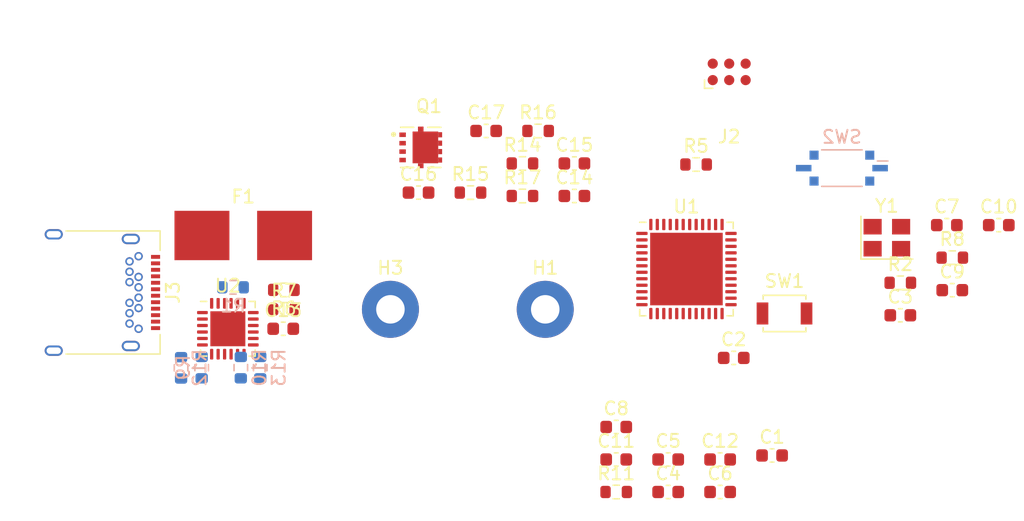
<source format=kicad_pcb>
(kicad_pcb (version 20211014) (generator pcbnew)
  (title_block (title "Charlemagne Wong") (date "2022-12-31") (rev "1.0") (company "STM32-Based LED Controller") (comment 1 "https://github.com/cmasterx/LED-Controller"))
  (layers (0 "F.Cu" signal) (1 "In1.Cu" power) (2 "In2.Cu" power) (31 "B.Cu" signal) (34 "B.Paste" user) (35 "F.Paste" user) (36 "B.SilkS" user "B.Silkscreen") (37 "F.SilkS" user "F.Silkscreen") (38 "B.Mask" user) (39 "F.Mask" user) (44 "Edge.Cuts" user))
  (net 0 "")
  (net 1 "+3.3V")
  (net 2 "GND")
  (net 3 "Net-(C2-Pad1)")
  (net 4 "Net-(C4-Pad1)")
  (net 5 "~{RESET}")
  (net 6 "Net-(C7-Pad2)")
  (net 7 "+3.3VA")
  (net 8 "Net-(C13-Pad1)")
  (net 9 "Net-(R2-Pad1)")
  (net 11 "SWDIO")
  (net 12 "Net-(J2-Pad3)")
  (net 13 "SWCLK")
  (net 14 "SWO")
  (net 17 "Net-(F1-Pad1)")
  (net 18 "Net-(D1-Pad1)")
  (net 19 "D+")
  (net 20 "D-")
  (net 26 "Net-(D1-Pad2)")
  (net 30 "Earth")
  (net 31 "PD_ALERT")
  (net 32 "Net-(R2-Pad2)")
  (net 33 "VBUS")
  (net 34 "Net-(R7-Pad2)")
  (net 35 "I2C1_SCL")
  (net 36 "Net-(R12-Pad1)")
  (net 37 "Net-(R10-Pad2)")
  (net 38 "I2C1_SDA")
  (net 39 "Net-(R12-Pad2)")
  (net 40 "Net-(R13-Pad2)")
  (net 46 "UART2_TX")
  (net 47 "UART2_RX")
  (net 49 "SPI_CLK")
  (net 50 "SDIO_CMD")
  (net 51 "SPI_MOSI")
  (net 61 "UART1_RX")
  (net 64 "SPI_MISO")
  (net 65 "SDIO_D3")
  (net 66 "UART1_TX")
  (net 67 "SDIO_D0")
  (net 69 "+2V7")
  (net 73 "Net-(U2-Pad21)")
  (net 76 "VDD")
  (net 77 "Net-(C17-Pad2)")
  (net 80 "Net-(Q1-Pad2)")
  (net 81 "Net-(U2-Pad9)")
  (net 82 "Net-(U2-Pad16)")
  (footprint "Connector:Tag-Connect_TC2030-IDC-FP_2x03_P1.27mm_Vertical" (layer "F.Cu") (at 145.7 93.17)
    (fp_text reference "J2" (at 0 5) (layer "F.SilkS"))
    (fp_text value "Programmer Conn")
    (fp_line (start -1.27 1.27) (end -1.905 1.27) (layer "F.SilkS") (width 0.12))
    (fp_line (start -1.905 1.27) (end -1.905 0.635) (layer "F.SilkS") (width 0.12))
    (pad "" np_thru_hole circle (at -2.54 2.54) (size 2.3749 2.3749) (drill 2.3749) (layers *.Cu *.Mask))
    (pad "" np_thru_hole circle (at -2.54 0) (size 0.9906 0.9906) (drill 0.9906) (layers *.Cu *.Mask))
    (pad "" np_thru_hole circle (at -2.54 -2.54) (size 2.3749 2.3749) (drill 2.3749) (layers *.Cu *.Mask))
    (pad "" np_thru_hole circle (at 0.635 2.54) (size 2.3749 2.3749) (drill 2.3749) (layers *.Cu *.Mask))
    (pad "" np_thru_hole circle (at 0.635 -2.54) (size 2.3749 2.3749) (drill 2.3749) (layers *.Cu *.Mask))
    (pad "" np_thru_hole circle (at 2.54 -1.016) (size 0.9906 0.9906) (drill 0.9906) (layers *.Cu *.Mask))
    (pad "" np_thru_hole circle (at 2.54 1.016) (size 0.9906 0.9906) (drill 0.9906) (layers *.Cu *.Mask))
    (pad "1" connect circle (at -1.27 0.635) (size 0.7874 0.7874) (layers "F.Cu" "F.Mask"))
    (pad "2" connect circle (at -1.27 -0.635) (size 0.7874 0.7874) (layers "F.Cu" "F.Mask") (net 11 "SWDIO"))
    (pad "3" connect circle (at 0 0.635) (size 0.7874 0.7874) (layers "F.Cu" "F.Mask") (net 12 "Net-(J2-Pad3)"))
    (pad "4" connect circle (at 0 -0.635) (size 0.7874 0.7874) (layers "F.Cu" "F.Mask") (net 13 "SWCLK"))
    (pad "5" connect circle (at 1.27 0.635) (size 0.7874 0.7874) (layers "F.Cu" "F.Mask") (net 2 "GND"))
    (pad "6" connect circle (at 1.27 -0.635) (size 0.7874 0.7874) (layers "F.Cu" "F.Mask") (net 14 "SWO"))
  )
  (footprint "Capacitor_SMD:C_0603_1608Metric" (layer "F.Cu") (at 140.99 123.09)
    (fp_text reference "C5" (at 0 -1.43) (layer "F.SilkS"))
    (fp_text value "100nF")
    (fp_line (start -0.14058 -0.51) (end 0.14058 -0.51) (layer "F.SilkS") (width 0.12))
    (fp_line (start -0.14058 0.51) (end 0.14058 0.51) (layer "F.SilkS") (width 0.12))
    (pad "1" smd roundrect (at -0.775 0) (size 0.9 0.95) (layers "F.Cu" "F.Paste" "F.Mask") (net 1 "+3.3V"))
    (pad "2" smd roundrect (at 0.775 0) (size 0.9 0.95) (layers "F.Cu" "F.Paste" "F.Mask") (net 2 "GND"))
  )
  (footprint "MountingHole:MountingHole_2.2mm_M2_Pad" (layer "F.Cu") (at 131.5 111.5)
    (fp_text reference "H1" (at 0 -3.2) (layer "F.SilkS"))
    (fp_text value "MountingHole_Pad")
    (pad "1" thru_hole circle (at 0 0) (size 4.4 4.4) (drill 2.2) (layers *.Cu *.Mask))
  )
  (footprint "Capacitor_SMD:C_0603_1608Metric" (layer "F.Cu") (at 136.98 120.58)
    (fp_text reference "C8" (at 0 -1.43) (layer "F.SilkS"))
    (fp_text value "100nF")
    (fp_line (start -0.14058 0.51) (end 0.14058 0.51) (layer "F.SilkS") (width 0.12))
    (fp_line (start -0.14058 -0.51) (end 0.14058 -0.51) (layer "F.SilkS") (width 0.12))
    (pad "1" smd roundrect (at -0.775 0) (size 0.9 0.95) (layers "F.Cu" "F.Paste" "F.Mask") (net 1 "+3.3V"))
    (pad "2" smd roundrect (at 0.775 0) (size 0.9 0.95) (layers "F.Cu" "F.Paste" "F.Mask") (net 2 "GND"))
  )
  (footprint "Capacitor_SMD:C_0603_1608Metric" (layer "F.Cu") (at 111.275 113)
    (fp_text reference "C13" (at 0 -1.43) (layer "F.SilkS"))
    (fp_text value "1uF")
    (fp_line (start -0.14058 0.51) (end 0.14058 0.51) (layer "F.SilkS") (width 0.12))
    (fp_line (start -0.14058 -0.51) (end 0.14058 -0.51) (layer "F.SilkS") (width 0.12))
    (pad "1" smd roundrect (at -0.775 0) (size 0.9 0.95) (layers "F.Cu" "F.Paste" "F.Mask") (net 8 "Net-(C13-Pad1)"))
    (pad "2" smd roundrect (at 0.775 0) (size 0.9 0.95) (layers "F.Cu" "F.Paste" "F.Mask") (net 2 "GND"))
  )
  (footprint "Resistor_SMD:R_0603_1608Metric" (layer "F.Cu") (at 129.74 102.75)
    (fp_text reference "R17" (at 0 -1.43) (layer "F.SilkS"))
    (fp_text value "100R")
    (fp_line (start -0.237258 -0.5225) (end 0.237258 -0.5225) (layer "F.SilkS") (width 0.12))
    (fp_line (start -0.237258 0.5225) (end 0.237258 0.5225) (layer "F.SilkS") (width 0.12))
    (pad "1" smd roundrect locked (at -0.825 0) (size 0.8 0.95) (layers "F.Cu" "F.Paste" "F.Mask") (net 80 "Net-(Q1-Pad2)"))
    (pad "2" smd roundrect locked (at 0.825 0) (size 0.8 0.95) (layers "F.Cu" "F.Paste" "F.Mask") (net 77 "Net-(C17-Pad2)"))
  )
  (footprint "Capacitor_SMD:C_0603_1608Metric" (layer "F.Cu") (at 162.5 105)
    (fp_text reference "C7" (at 0 -1.43) (layer "F.SilkS"))
    (fp_text value "4u7F")
    (fp_line (start -0.14058 -0.51) (end 0.14058 -0.51) (layer "F.SilkS") (width 0.12))
    (fp_line (start -0.14058 0.51) (end 0.14058 0.51) (layer "F.SilkS") (width 0.12))
    (pad "1" smd roundrect (at -0.775 0) (size 0.9 0.95) (layers "F.Cu" "F.Paste" "F.Mask") (net 2 "GND"))
    (pad "2" smd roundrect (at 0.775 0) (size 0.9 0.95) (layers "F.Cu" "F.Paste" "F.Mask") (net 6 "Net-(C7-Pad2)"))
  )
  (footprint "Capacitor_SMD:C_0603_1608Metric" (layer "F.Cu") (at 166.51 105)
    (fp_text reference "C10" (at 0 -1.43) (layer "F.SilkS"))
    (fp_text value "10nF")
    (fp_line (start -0.14058 -0.51) (end 0.14058 -0.51) (layer "F.SilkS") (width 0.12))
    (fp_line (start -0.14058 0.51) (end 0.14058 0.51) (layer "F.SilkS") (width 0.12))
    (pad "1" smd roundrect (at -0.775 0) (size 0.9 0.95) (layers "F.Cu" "F.Paste" "F.Mask") (net 7 "+3.3VA"))
    (pad "2" smd roundrect (at 0.775 0) (size 0.9 0.95) (layers "F.Cu" "F.Paste" "F.Mask") (net 2 "GND"))
  )
  (footprint "MountingHole:MountingHole_2.2mm_M2_Pad" (layer "F.Cu") (at 119.55 111.5)
    (fp_text reference "H3" (at 0 -3.2) (layer "F.SilkS"))
    (fp_text value "MountingHole_Pad")
    (pad "1" thru_hole circle (at 0 0) (size 4.4 4.4) (drill 2.2) (layers *.Cu *.Mask))
  )
  (footprint "Capacitor_SMD:C_0603_1608Metric" (layer "F.Cu") (at 121.72 102.49)
    (fp_text reference "C16" (at 0 -1.43) (layer "F.SilkS"))
    (fp_text value "1uF")
    (fp_line (start -0.14058 -0.51) (end 0.14058 -0.51) (layer "F.SilkS") (width 0.12))
    (fp_line (start -0.14058 0.51) (end 0.14058 0.51) (layer "F.SilkS") (width 0.12))
    (pad "1" smd roundrect locked (at -0.775 0) (size 0.9 0.95) (layers "F.Cu" "F.Paste" "F.Mask") (net 73 "Net-(U2-Pad21)"))
    (pad "2" smd roundrect locked (at 0.775 0) (size 0.9 0.95) (layers "F.Cu" "F.Paste" "F.Mask") (net 2 "GND"))
  )
  (footprint "Capacitor_SMD:C_0603_1608Metric" (layer "F.Cu") (at 146.05 115.25)
    (fp_text reference "C2" (at 0 -1.43) (layer "F.SilkS"))
    (fp_text value "10pF")
    (fp_line (start -0.14058 0.51) (end 0.14058 0.51) (layer "F.SilkS") (width 0.12))
    (fp_line (start -0.14058 -0.51) (end 0.14058 -0.51) (layer "F.SilkS") (width 0.12))
    (pad "1" smd roundrect (at -0.775 0) (size 0.9 0.95) (layers "F.Cu" "F.Paste" "F.Mask") (net 3 "Net-(C2-Pad1)"))
    (pad "2" smd roundrect (at 0.775 0) (size 0.9 0.95) (layers "F.Cu" "F.Paste" "F.Mask") (net 2 "GND"))
  )
  (footprint "Capacitor_SMD:C_0603_1608Metric" (layer "F.Cu") (at 162.92 110.02)
    (fp_text reference "C9" (at 0 -1.43) (layer "F.SilkS"))
    (fp_text value "100nF")
    (fp_line (start -0.14058 0.51) (end 0.14058 0.51) (layer "F.SilkS") (width 0.12))
    (fp_line (start -0.14058 -0.51) (end 0.14058 -0.51) (layer "F.SilkS") (width 0.12))
    (pad "1" smd roundrect (at -0.775 0) (size 0.9 0.95) (layers "F.Cu" "F.Paste" "F.Mask") (net 1 "+3.3V"))
    (pad "2" smd roundrect (at 0.775 0) (size 0.9 0.95) (layers "F.Cu" "F.Paste" "F.Mask") (net 2 "GND"))
  )
  (footprint "Resistor_SMD:R_0603_1608Metric" (layer "F.Cu") (at 143.145 100.32)
    (fp_text reference "R5" (at 0 -1.43) (layer "F.SilkS"))
    (fp_text value "10k")
    (fp_line (start -0.237258 -0.5225) (end 0.237258 -0.5225) (layer "F.SilkS") (width 0.12))
    (fp_line (start -0.237258 0.5225) (end 0.237258 0.5225) (layer "F.SilkS") (width 0.12))
    (pad "1" smd roundrect (at -0.825 0) (size 0.8 0.95) (layers "F.Cu" "F.Paste" "F.Mask") (net 5 "~{RESET}"))
    (pad "2" smd roundrect (at 0.825 0) (size 0.8 0.95) (layers "F.Cu" "F.Paste" "F.Mask") (net 12 "Net-(J2-Pad3)"))
  )
  (footprint "Resistor_SMD:R_0603_1608Metric" (layer "F.Cu") (at 158.91 109.45)
    (fp_text reference "R2" (at 0 -1.43) (layer "F.SilkS"))
    (fp_text value "10k")
    (fp_line (start -0.237258 0.5225) (end 0.237258 0.5225) (layer "F.SilkS") (width 0.12))
    (fp_line (start -0.237258 -0.5225) (end 0.237258 -0.5225) (layer "F.SilkS") (width 0.12))
    (pad "1" smd roundrect (at -0.825 0) (size 0.8 0.95) (layers "F.Cu" "F.Paste" "F.Mask") (net 9 "Net-(R2-Pad1)"))
    (pad "2" smd roundrect (at 0.825 0) (size 0.8 0.95) (layers "F.Cu" "F.Paste" "F.Mask") (net 32 "Net-(R2-Pad2)"))
  )
  (footprint "Capacitor_SMD:C_0603_1608Metric" (layer "F.Cu") (at 133.75 102.75)
    (fp_text reference "C14" (at 0 -1.43) (layer "F.SilkS"))
    (fp_text value "1uF")
    (fp_line (start -0.14058 0.51) (end 0.14058 0.51) (layer "F.SilkS") (width 0.12))
    (fp_line (start -0.14058 -0.51) (end 0.14058 -0.51) (layer "F.SilkS") (width 0.12))
    (pad "1" smd roundrect locked (at -0.775 0) (size 0.9 0.95) (layers "F.Cu" "F.Paste" "F.Mask") (net 33 "VBUS"))
    (pad "2" smd roundrect locked (at 0.775 0) (size 0.9 0.95) (layers "F.Cu" "F.Paste" "F.Mask") (net 2 "GND"))
  )
  (footprint "Capacitor_SMD:C_0603_1608Metric" (layer "F.Cu") (at 133.75 100.24)
    (fp_text reference "C15" (at 0 -1.43) (layer "F.SilkS"))
    (fp_text value "1uF")
    (fp_line (start -0.14058 0.51) (end 0.14058 0.51) (layer "F.SilkS") (width 0.12))
    (fp_line (start -0.14058 -0.51) (end 0.14058 -0.51) (layer "F.SilkS") (width 0.12))
    (pad "1" smd roundrect locked (at -0.775 0) (size 0.9 0.95) (layers "F.Cu" "F.Paste" "F.Mask") (net 69 "+2V7"))
    (pad "2" smd roundrect locked (at 0.775 0) (size 0.9 0.95) (layers "F.Cu" "F.Paste" "F.Mask") (net 2 "GND"))
  )
  (footprint "Resistor_SMD:R_0603_1608Metric" (layer "F.Cu") (at 111.325 111.5)
    (fp_text reference "R7" (at 0 -1.43) (layer "F.SilkS"))
    (fp_text value "1k")
    (fp_line (start -0.237258 -0.5225) (end 0.237258 -0.5225) (layer "F.SilkS") (width 0.12))
    (fp_line (start -0.237258 0.5225) (end 0.237258 0.5225) (layer "F.SilkS") (width 0.12))
    (pad "1" smd roundrect (at -0.825 0) (size 0.8 0.95) (layers "F.Cu" "F.Paste" "F.Mask") (net 8 "Net-(C13-Pad1)"))
    (pad "2" smd roundrect (at 0.825 0) (size 0.8 0.95) (layers "F.Cu" "F.Paste" "F.Mask") (net 34 "Net-(R7-Pad2)"))
  )
  (footprint "Resistor_SMD:R_0603_1608Metric" (layer "F.Cu") (at 136.98 125.6)
    (fp_text reference "R11" (at 0 -1.43) (layer "F.SilkS"))
    (fp_text value "4.7k")
    (fp_line (start -0.237258 0.5225) (end 0.237258 0.5225) (layer "F.SilkS") (width 0.12))
    (fp_line (start -0.237258 -0.5225) (end 0.237258 -0.5225) (layer "F.SilkS") (width 0.12))
    (pad "1" smd roundrect (at -0.825 0) (size 0.8 0.95) (layers "F.Cu" "F.Paste" "F.Mask") (net 1 "+3.3V"))
    (pad "2" smd roundrect (at 0.825 0) (size 0.8 0.95) (layers "F.Cu" "F.Paste" "F.Mask") (net 38 "I2C1_SDA"))
  )
  (footprint "Resistor_SMD:R_0603_1608Metric" (layer "F.Cu") (at 162.92 107.51)
    (fp_text reference "R8" (at 0 -1.43) (layer "F.SilkS"))
    (fp_text value "4.7k")
    (fp_line (start -0.237258 0.5225) (end 0.237258 0.5225) (layer "F.SilkS") (width 0.12))
    (fp_line (start -0.237258 -0.5225) (end 0.237258 -0.5225) (layer "F.SilkS") (width 0.12))
    (pad "1" smd roundrect (at -0.825 0) (size 0.8 0.95) (layers "F.Cu" "F.Paste" "F.Mask") (net 1 "+3.3V"))
    (pad "2" smd roundrect (at 0.825 0) (size 0.8 0.95) (layers "F.Cu" "F.Paste" "F.Mask") (net 35 "I2C1_SCL"))
  )
  (footprint "Resistor_SMD:R_0603_1608Metric" (layer "F.Cu") (at 130.95 97.73)
    (fp_text reference "R16" (at 0 -1.43) (layer "F.SilkS"))
    (fp_text value "22k")
    (fp_line (start -0.237258 0.5225) (end 0.237258 0.5225) (layer "F.SilkS") (width 0.12))
    (fp_line (start -0.237258 -0.5225) (end 0.237258 -0.5225) (layer "F.SilkS") (width 0.12))
    (pad "1" smd roundrect locked (at -0.825 0) (size 0.8 0.95) (layers "F.Cu" "F.Paste" "F.Mask") (net 80 "Net-(Q1-Pad2)"))
    (pad "2" smd roundrect locked (at 0.825 0) (size 0.8 0.95) (layers "F.Cu" "F.Paste" "F.Mask") (net 82 "Net-(U2-Pad16)"))
  )
  (footprint "Package_DFN_QFN:QFN-24-1EP_4x4mm_P0.5mm_EP2.7x2.7mm" (layer "F.Cu") (at 107 113)
    (fp_text reference "U2" (at 0 -3.32) (layer "F.SilkS"))
    (fp_text value "STUSB4500QTR")
    (fp_line (start 1.635 2.11) (end 2.11 2.11) (layer "F.SilkS") (width 0.12))
    (fp_line (start 1.635 -2.11) (end 2.11 -2.11) (layer "F.SilkS") (width 0.12))
    (fp_line (start -2.11 2.11) (end -2.11 1.635) (layer "F.SilkS") (width 0.12))
    (fp_line (start 2.11 -2.11) (end 2.11 -1.635) (layer "F.SilkS") (width 0.12))
    (fp_line (start 2.11 2.11) (end 2.11 1.635) (layer "F.SilkS") (width 0.12))
    (fp_line (start -1.635 2.11) (end -2.11 2.11) (layer "F.SilkS") (width 0.12))
    (fp_line (start -1.635 -2.11) (end -2.11 -2.11) (layer "F.SilkS") (width 0.12))
    (pad "1" smd roundrect (at -1.9625 -1.25) (size 0.825 0.25) (layers "F.Cu" "F.Paste" "F.Mask") (net 18 "Net-(D1-Pad1)"))
    (pad "2" smd roundrect (at -1.9625 -0.75) (size 0.825 0.25) (layers "F.Cu" "F.Paste" "F.Mask") (net 18 "Net-(D1-Pad1)"))
    (pad "3" smd roundrect (at -1.9625 -0.25) (size 0.825 0.25) (layers "F.Cu" "F.Paste" "F.Mask"))
    (pad "4" smd roundrect (at -1.9625 0.25) (size 0.825 0.25) (layers "F.Cu" "F.Paste" "F.Mask") (net 26 "Net-(D1-Pad2)"))
    (pad "5" smd roundrect (at -1.9625 0.75) (size 0.825 0.25) (layers "F.Cu" "F.Paste" "F.Mask") (net 26 "Net-(D1-Pad2)"))
    (pad "6" smd roundrect (at -1.9625 1.25) (size 0.825 0.25) (layers "F.Cu" "F.Paste" "F.Mask") (net 39 "Net-(R12-Pad2)"))
    (pad "7" smd roundrect (at -1.25 1.9625) (size 0.25 0.825) (layers "F.Cu" "F.Paste" "F.Mask") (net 35 "I2C1_SCL"))
    (pad "8" smd roundrect (at -0.75 1.9625) (size 0.25 0.825) (layers "F.Cu" "F.Paste" "F.Mask") (net 38 "I2C1_SDA"))
    (pad "9" smd roundrect (at -0.25 1.9625) (size 0.25 0.825) (layers "F.Cu" "F.Paste" "F.Mask") (net 81 "Net-(U2-Pad9)"))
    (pad "10" smd roundrect (at 0.25 1.9625) (size 0.25 0.825) (layers "F.Cu" "F.Paste" "F.Mask") (net 2 "GND"))
    (pad "11" smd roundrect (at 0.75 1.9625) (size 0.25 0.825) (layers "F.Cu" "F.Paste" "F.Mask"))
    (pad "12" smd roundrect (at 1.25 1.9625) (size 0.25 0.825) (layers "F.Cu" "F.Paste" "F.Mask") (net 37 "Net-(R10-Pad2)"))
    (pad "13" smd roundrect (at 1.9625 1.25) (size 0.825 0.25) (layers "F.Cu" "F.Paste" "F.Mask") (net 40 "Net-(R13-Pad2)"))
    (pad "14" smd roundrect (at 1.9625 0.75) (size 0.825 0.25) (layers "F.Cu" "F.Paste" "F.Mask"))
    (pad "15" smd roundrect (at 1.9625 0.25) (size 0.825 0.25) (layers "F.Cu" "F.Paste" "F.Mask"))
    (pad "16" smd roundrect (at 1.9625 -0.25) (size 0.825 0.25) (layers "F.Cu" "F.Paste" "F.Mask") (net 82 "Net-(U2-Pad16)"))
    (pad "17" smd roundrect (at 1.9625 -0.75) (size 0.825 0.25) (layers "F.Cu" "F.Paste" "F.Mask"))
    (pad "18" smd roundrect (at 1.9625 -1.25) (size 0.825 0.25) (layers "F.Cu" "F.Paste" "F.Mask") (net 34 "Net-(R7-Pad2)"))
    (pad "19" smd roundrect (at 1.25 -1.9625) (size 0.25 0.825) (layers "F.Cu" "F.Paste" "F.Mask") (net 31 "PD_ALERT"))
    (pad "20" smd roundrect (at 0.75 -1.9625) (size 0.25 0.825) (layers "F.Cu" "F.Paste" "F.Mask"))
    (pad "21" smd roundrect (at 0.25 -1.9625) (size 0.25 0.825) (layers "F.Cu" "F.Paste" "F.Mask") (net 73 "Net-(U2-Pad21)"))
    (pad "22" smd roundrect (at -0.25 -1.9625) (size 0.25 0.825) (layers "F.Cu" "F.Paste" "F.Mask") (net 2 "GND"))
    (pad "23" smd roundrect (at -0.75 -1.9625) (size 0.25 0.825) (layers "F.Cu" "F.Paste" "F.Mask") (net 69 "+2V7"))
    (pad "24" smd roundrect (at -1.25 -1.9625) (size 0.25 0.825) (layers "F.Cu" "F.Paste" "F.Mask") (net 33 "VBUS"))
    (pad "25" smd rect (at 0 0) (size 2.7 2.7) (layers "F.Cu" "F.Mask") (net 2 "GND"))
  )
  (footprint "ATL:Littlefuse-154" (layer "F.Cu") (at 108.19 105.8)
    (fp_text reference "F1" (at 0 -3 unlocked) (layer "F.SilkS"))
    (fp_text value "5A")
    (pad "1" smd rect (at -3.19 0) (size 4.24 3.81) (layers "F.Cu" "F.Paste" "F.Mask") (net 17 "Net-(F1-Pad1)"))
    (pad "2" smd rect (at 3.19 0) (size 4.24 3.81) (layers "F.Cu" "F.Paste" "F.Mask") (net 33 "VBUS"))
  )
  (footprint "ATL:AONR21321" (layer "F.Cu") (at 121.89 99)
    (fp_text reference "Q1" (at 0.635 -3.175) (layer "F.SilkS"))
    (fp_text value "AONR21321")
    (fp_line (start 0.55 -1.55) (end 1.55 -1.55) (layer "F.SilkS") (width 0.127))
    (fp_line (start 0.55 1.55) (end 1.55 1.55) (layer "F.SilkS") (width 0.127))
    (fp_line (start -0.55 -1.55) (end -1.55 -1.55) (layer "F.SilkS") (width 0.127))
    (fp_line (start -0.55 1.55) (end -1.55 1.55) (layer "F.SilkS") (width 0.127))
    (fp_circle (center -2.1 -1) (end -2 -1) (layer "F.SilkS") (width 0.2) (fill none))
    (pad "1" smd rect (at -1.4 -0.975) (size 0.5 0.35) (layers "F.Cu" "F.Paste" "F.Mask") (net 33 "VBUS"))
    (pad "1" smd rect (at -1.4 -0.325) (size 0.5 0.35) (layers "F.Cu" "F.Paste" "F.Mask") (net 33 "VBUS"))
    (pad "1" smd rect (at -1.4 0.325) (size 0.5 0.35) (layers "F.Cu" "F.Paste" "F.Mask") (net 33 "VBUS"))
    (pad "2" smd rect (at -1.4 0.975) (size 0.5 0.35) (layers "F.Cu" "F.Paste" "F.Mask") (net 80 "Net-(Q1-Pad2)"))
    (pad "3" smd rect (at 0 -1.415 270) (size 0.38 0.43) (layers "F.Cu" "F.Paste" "F.Mask") (net 76 "VDD"))
    (pad "3" smd rect (at 1.5 -0.325 270) (size 0.4 0.3) (layers "F.Cu" "F.Paste" "F.Mask") (net 76 "VDD"))
    (pad "3" smd rect (at 0.36 0) (size 1.98 2.45) (layers "F.Cu" "F.Mask") (net 76 "VDD"))
    (pad "3" smd rect (at 1.5 0.325 270) (size 0.4 0.3) (layers "F.Cu" "F.Paste" "F.Mask") (net 76 "VDD"))
    (pad "3" smd rect (at 0 1.415 270) (size 0.38 0.43) (layers "F.Cu" "F.Paste" "F.Mask") (net 76 "VDD"))
    (pad "3" smd rect (at 1.5 -0.975 270) (size 0.4 0.3) (layers "F.Cu" "F.Paste" "F.Mask") (net 76 "VDD"))
    (pad "3" smd rect (at 1.5 0.975 270) (size 0.4 0.3) (layers "F.Cu" "F.Paste" "F.Mask") (net 76 "VDD"))
  )
  (footprint "Capacitor_SMD:C_0603_1608Metric" (layer "F.Cu") (at 145 125.6)
    (fp_text reference "C6" (at 0 -1.43) (layer "F.SilkS"))
    (fp_text value "100nF")
    (fp_line (start -0.14058 0.51) (end 0.14058 0.51) (layer "F.SilkS") (width 0.12))
    (fp_line (start -0.14058 -0.51) (end 0.14058 -0.51) (layer "F.SilkS") (width 0.12))
    (pad "1" smd roundrect (at -0.775 0) (size 0.9 0.95) (layers "F.Cu" "F.Paste" "F.Mask") (net 2 "GND"))
    (pad "2" smd roundrect (at 0.775 0) (size 0.9 0.95) (layers "F.Cu" "F.Paste" "F.Mask") (net 5 "~{RESET}"))
  )
  (footprint "Package_DFN_QFN:QFN-48-1EP_7x7mm_P0.5mm_EP5.6x5.6mm" (layer "F.Cu") (at 142.4 108.39)
    (fp_text reference "U1" (at 0 -4.82) (layer "F.SilkS"))
    (fp_text value "STM32F411CCUx")
    (fp_line (start -3.135 -3.61) (end -3.61 -3.61) (layer "F.SilkS") (width 0.12))
    (fp_line (start 3.61 -3.61) (end 3.61 -3.135) (layer "F.SilkS") (width 0.12))
    (fp_line (start 3.135 3.61) (end 3.61 3.61) (layer "F.SilkS") (width 0.12))
    (fp_line (start -3.135 3.61) (end -3.61 3.61) (layer "F.SilkS") (width 0.12))
    (fp_line (start -3.61 3.61) (end -3.61 3.135) (layer "F.SilkS") (width 0.12))
    (fp_line (start 3.61 3.61) (end 3.61 3.135) (layer "F.SilkS") (width 0.12))
    (fp_line (start 3.135 -3.61) (end 3.61 -3.61) (layer "F.SilkS") (width 0.12))
    (pad "1" smd roundrect (at -3.4375 -2.75) (size 0.875 0.25) (layers "F.Cu" "F.Paste" "F.Mask") (net 1 "+3.3V"))
    (pad "2" smd roundrect (at -3.4375 -2.25) (size 0.875 0.25) (layers "F.Cu" "F.Paste" "F.Mask"))
    (pad "3" smd roundrect (at -3.4375 -1.75) (size 0.875 0.25) (layers "F.Cu" "F.Paste" "F.Mask"))
    (pad "4" smd roundrect (at -3.4375 -1.25) (size 0.875 0.25) (layers "F.Cu" "F.Paste" "F.Mask"))
    (pad "5" smd roundrect (at -3.4375 -0.75) (size 0.875 0.25) (layers "F.Cu" "F.Paste" "F.Mask") (net 3 "Net-(C2-Pad1)"))
    (pad "6" smd roundrect (at -3.4375 -0.25) (size 0.875 0.25) (layers "F.Cu" "F.Paste" "F.Mask") (net 4 "Net-(C4-Pad1)"))
    (pad "7" smd roundrect (at -3.4375 0.25) (size 0.875 0.25) (layers "F.Cu" "F.Paste" "F.Mask") (net 5 "~{RESET}"))
    (pad "8" smd roundrect (at -3.4375 0.75) (size 0.875 0.25) (layers "F.Cu" "F.Paste" "F.Mask") (net 2 "GND"))
    (pad "9" smd roundrect (at -3.4375 1.25) (size 0.875 0.25) (layers "F.Cu" "F.Paste" "F.Mask") (net 7 "+3.3VA"))
    (pad "10" smd roundrect (at -3.4375 1.75) (size 0.875 0.25) (layers "F.Cu" "F.Paste" "F.Mask"))
    (pad "11" smd roundrect (at -3.4375 2.25) (size 0.875 0.25) (layers "F.Cu" "F.Paste" "F.Mask"))
    (pad "12" smd roundrect (at -3.4375 2.75) (size 0.875 0.25) (layers "F.Cu" "F.Paste" "F.Mask") (net 46 "UART2_TX"))
    (pad "13" smd roundrect (at -2.75 3.4375) (size 0.25 0.875) (layers "F.Cu" "F.Paste" "F.Mask") (net 47 "UART2_RX"))
    (pad "14" smd roundrect (at -2.25 3.4375) (size 0.25 0.875) (layers "F.Cu" "F.Paste" "F.Mask"))
    (pad "15" smd roundrect (at -1.75 3.4375) (size 0.25 0.875) (layers "F.Cu" "F.Paste" "F.Mask") (net 49 "SPI_CLK"))
    (pad "16" smd roundrect (at -1.25 3.4375) (size 0.25 0.875) (layers "F.Cu" "F.Paste" "F.Mask") (net 50 "SDIO_CMD"))
    (pad "17" smd roundrect (at -0.75 3.4375) (size 0.25 0.875) (layers "F.Cu" "F.Paste" "F.Mask") (net 51 "SPI_MOSI"))
    (pad "18" smd roundrect (at -0.25 3.4375) (size 0.25 0.875) (layers "F.Cu" "F.Paste" "F.Mask"))
    (pad "19" smd roundrect (at 0.25 3.4375) (size 0.25 0.875) (layers "F.Cu" "F.Paste" "F.Mask"))
    (pad "20" smd roundrect (at 0.75 3.4375) (size 0.25 0.875) (layers "F.Cu" "F.Paste" "F.Mask"))
    (pad "21" smd roundrect (at 1.25 3.4375) (size 0.25 0.875) (layers "F.Cu" "F.Paste" "F.Mask") (net 31 "PD_ALERT"))
    (pad "22" smd roundrect (at 1.75 3.4375) (size 0.25 0.875) (layers "F.Cu" "F.Paste" "F.Mask") (net 6 "Net-(C7-Pad2)"))
    (pad "23" smd roundrect (at 2.25 3.4375) (size 0.25 0.875) (layers "F.Cu" "F.Paste" "F.Mask") (net 2 "GND"))
    (pad "24" smd roundrect (at 2.75 3.4375) (size 0.25 0.875) (layers "F.Cu" "F.Paste" "F.Mask") (net 1 "+3.3V"))
    (pad "25" smd roundrect (at 3.4375 2.75) (size 0.875 0.25) (layers "F.Cu" "F.Paste" "F.Mask"))
    (pad "26" smd roundrect (at 3.4375 2.25) (size 0.875 0.25) (layers "F.Cu" "F.Paste" "F.Mask"))
    (pad "27" smd roundrect (at 3.4375 1.75) (size 0.875 0.25) (layers "F.Cu" "F.Paste" "F.Mask"))
    (pad "28" smd roundrect (at 3.4375 1.25) (size 0.875 0.25) (layers "F.Cu" "F.Paste" "F.Mask"))
    (pad "29" smd roundrect (at 3.4375 0.75) (size 0.875 0.25) (layers "F.Cu" "F.Paste" "F.Mask"))
    (pad "30" smd roundrect (at 3.4375 0.25) (size 0.875 0.25) (layers "F.Cu" "F.Paste" "F.Mask"))
    (pad "31" smd roundrect (at 3.4375 -0.25) (size 0.875 0.25) (layers "F.Cu" "F.Paste" "F.Mask") (net 61 "UART1_RX"))
    (pad "32" smd roundrect (at 3.4375 -0.75) (size 0.875 0.25) (layers "F.Cu" "F.Paste" "F.Mask") (net 20 "D-"))
    (pad "33" smd roundrect (at 3.4375 -1.25) (size 0.875 0.25) (layers "F.Cu" "F.Paste" "F.Mask") (net 19 "D+"))
    (pad "34" smd roundrect (at 3.4375 -1.75) (size 0.875 0.25) (layers "F.Cu" "F.Paste" "F.Mask") (net 11 "SWDIO"))
    (pad "35" smd roundrect (at 3.4375 -2.25) (size 0.875 0.25) (layers "F.Cu" "F.Paste" "F.Mask") (net 2 "GND"))
    (pad "36" smd roundrect (at 3.4375 -2.75) (size 0.875 0.25) (layers "F.Cu" "F.Paste" "F.Mask") (net 1 "+3.3V"))
    (pad "37" smd roundrect (at 2.75 -3.4375) (size 0.25 0.875) (layers "F.Cu" "F.Paste" "F.Mask"))
    (pad "38" smd roundrect (at 2.25 -3.4375) (size 0.25 0.875) (layers "F.Cu" "F.Paste" "F.Mask"))
    (pad "39" smd roundrect (at 1.75 -3.4375) (size 0.25 0.875) (layers "F.Cu" "F.Paste" "F.Mask") (net 14 "SWO"))
    (pad "40" smd roundrect (at 1.25 -3.4375) (size 0.25 0.875) (layers "F.Cu" "F.Paste" "F.Mask") (net 64 "SPI_MISO"))
    (pad "41" smd roundrect (at 0.75 -3.4375) (size 0.25 0.875) (layers "F.Cu" "F.Paste" "F.Mask") (net 65 "SDIO_D3"))
    (pad "42" smd roundrect (at 0.25 -3.4375) (size 0.25 0.875) (layers "F.Cu" "F.Paste" "F.Mask") (net 66 "UART1_TX"))
    (pad "43" smd roundrect (at -0.25 -3.4375) (size 0.25 0.875) (layers "F.Cu" "F.Paste" "F.Mask") (net 67 "SDIO_D0"))
    (pad "44" smd roundrect (at -0.75 -3.4375) (size 0.25 0.875) (layers "F.Cu" "F.Paste" "F.Mask") (net 32 "Net-(R2-Pad2)"))
    (pad "45" smd roundrect (at -1.25 -3.4375) (size 0.25 0.875) (layers "F.Cu" "F.Paste" "F.Mask") (net 35 "I2C1_SCL"))
    (pad "46" smd roundrect (at -1.75 -3.4375) (size 0.25 0.875) (layers "F.Cu" "F.Paste" "F.Mask") (net 38 "I2C1_SDA"))
    (pad "47" smd roundrect (at -2.25 -3.4375) (size 0.25 0.875) (layers "F.Cu" "F.Paste" "F.Mask") (net 2 "GND"))
    (pad "48" smd roundrect (at -2.75 -3.4375) (size 0.25 0.875) (layers "F.Cu" "F.Paste" "F.Mask") (net 1 "+3.3V"))
    (pad "49" smd rect (at 0 0) (size 5.6 5.6) (layers "F.Cu" "F.Mask") (net 2 "GND"))
  )
  (footprint "Resistor_SMD:R_0603_1608Metric" (layer "F.Cu") (at 125.73 102.49)
    (fp_text reference "R15" (at 0 -1.43) (layer "F.SilkS"))
    (fp_text value "100k")
    (fp_line (start -0.237258 -0.5225) (end 0.237258 -0.5225) (layer "F.SilkS") (width 0.12))
    (fp_line (start -0.237258 0.5225) (end 0.237258 0.5225) (layer "F.SilkS") (width 0.12))
    (pad "1" smd roundrect locked (at -0.825 0) (size 0.8 0.95) (layers "F.Cu" "F.Paste" "F.Mask") (net 33 "VBUS"))
    (pad "2" smd roundrect locked (at 0.825 0) (size 0.8 0.95) (layers "F.Cu" "F.Paste" "F.Mask") (net 80 "Net-(Q1-Pad2)"))
  )
  (footprint "Connector_USB:USB_C_Receptacle_Amphenol_12401548E4-2A" (layer "F.Cu") (at 96.4 110.2 -90)
    (fp_text reference "J3" (at 0 -6.36 90) (layer "F.SilkS"))
    (fp_text value "USB_C_Receptacle")
    (fp_line (start 4.75 -5.37) (end 4.75 1.89) (layer "F.SilkS") (width 0.12))
    (fp_line (start -4.75 -5.37) (end -3.25 -5.37) (layer "F.SilkS") (width 0.12))
    (fp_line (start 3.25 -5.37) (end 4.75 -5.37) (layer "F.SilkS") (width 0.12))
    (fp_line (start -4.75 -5.37) (end -4.75 1.89) (layer "F.SilkS") (width 0.12))
    (pad "" np_thru_hole circle (at -3.6 -4.36 270) (size 0.65 0.65) (drill 0.65) (layers *.Cu *.Mask))
    (pad "" np_thru_hole oval (at 3.6 -4.36 270) (size 0.95 0.65) (drill oval 0.95 0.65) (layers *.Cu *.Mask))
    (pad "A1" smd rect (at -2.75 -5.02 270) (size 0.3 0.7) (layers "F.Cu" "F.Paste" "F.Mask") (net 2 "GND"))
    (pad "A2" smd rect (at -2.25 -5.02 270) (size 0.3 0.7) (layers "F.Cu" "F.Paste" "F.Mask"))
    (pad "A3" smd rect (at -1.75 -5.02 270) (size 0.3 0.7) (layers "F.Cu" "F.Paste" "F.Mask"))
    (pad "A4" smd rect (at -1.25 -5.02 270) (size 0.3 0.7) (layers "F.Cu" "F.Paste" "F.Mask") (net 17 "Net-(F1-Pad1)"))
    (pad "A5" smd rect (at -0.75 -5.02 270) (size 0.3 0.7) (layers "F.Cu" "F.Paste" "F.Mask") (net 18 "Net-(D1-Pad1)"))
    (pad "A6" smd rect (at -0.25 -5.02 270) (size 0.3 0.7) (layers "F.Cu" "F.Paste" "F.Mask") (net 19 "D+"))
    (pad "A7" smd rect (at 0.25 -5.02 270) (size 0.3 0.7) (layers "F.Cu" "F.Paste" "F.Mask") (net 20 "D-"))
    (pad "A8" smd rect (at 0.75 -5.02 270) (size 0.3 0.7) (layers "F.Cu" "F.Paste" "F.Mask"))
    (pad "A9" smd rect (at 1.25 -5.02 270) (size 0.3 0.7) (layers "F.Cu" "F.Paste" "F.Mask") (net 17 "Net-(F1-Pad1)"))
    (pad "A10" smd rect (at 1.75 -5.02 270) (size 0.3 0.7) (layers "F.Cu" "F.Paste" "F.Mask"))
    (pad "A11" smd rect (at 2.25 -5.02 270) (size 0.3 0.7) (layers "F.Cu" "F.Paste" "F.Mask"))
    (pad "A12" smd rect (at 2.75 -5.02 270) (size 0.3 0.7) (layers "F.Cu" "F.Paste" "F.Mask") (net 2 "GND"))
    (pad "B1" thru_hole circle (at 2.8 -3.71 270) (size 0.65 0.65) (drill 0.4) (layers *.Cu *.Mask) (net 2 "GND"))
    (pad "B2" thru_hole circle (at 2.4 -3.01 270) (size 0.65 0.65) (drill 0.4) (layers *.Cu *.Mask))
    (pad "B3" thru_hole circle (at 1.6 -3.01 270) (size 0.65 0.65) (drill 0.4) (layers *.Cu *.Mask))
    (pad "B4" thru_hole circle (at 1.2 -3.71 270) (size 0.65 0.65) (drill 0.4) (layers *.Cu *.Mask) (net 17 "Net-(F1-Pad1)"))
    (pad "B5" thru_hole circle (at 0.8 -3.01 270) (size 0.65 0.65) (drill 0.4) (layers *.Cu *.Mask) (net 26 "Net-(D1-Pad2)"))
    (pad "B6" thru_hole circle (at 0.4 -3.71 270) (size 0.65 0.65) (drill 0.4) (layers *.Cu *.Mask) (net 19 "D+"))
    (pad "B7" thru_hole circle (at -0.4 -3.71 270) (size 0.65 0.65) (drill 0.4) (layers *.Cu *.Mask) (net 20 "D-"))
    (pad "B8" thru_hole circle (at -0.8 -3.01 270) (size 0.65 0.65) (drill 0.4) (layers *.Cu *.Mask))
    (pad "B9" thru_hole circle (at -1.2 -3.71 270) (size 0.65 0.65) (drill 0.4) (layers *.Cu *.Mask) (net 17 "Net-(F1-Pad1)"))
    (pad "B10" thru_hole circle (at -1.6 -3.01 270) (size 0.65 0.65) (drill 0.4) (layers *.Cu *.Mask))
    (pad "B11" thru_hole circle (at -2.4 -3.01 270) (size 0.65 0.65) (drill 0.4) (layers *.Cu *.Mask))
    (pad "B12" thru_hole circle (at -2.8 -3.71 270) (size 0.65 0.65) (drill 0.4) (layers *.Cu *.Mask) (net 2 "GND"))
    (pad "S1" thru_hole oval (at -4.49 2.84 270) (size 0.8 1.4) (drill oval 0.5 1.1) (layers *.Cu *.Mask) (net 30 "Earth"))
    (pad "S1" thru_hole oval (at 4.49 2.84 270) (size 0.8 1.4) (drill oval 0.5 1.1) (layers *.Cu *.Mask) (net 30 "Earth"))
    (pad "S1" thru_hole oval (at 4.13 -3.11 270) (size 0.8 1.4) (drill oval 0.5 1.1) (layers *.Cu *.Mask) (net 30 "Earth"))
    (pad "S1" thru_hole oval (at -4.13 -3.11 270) (size 0.8 1.4) (drill oval 0.5 1.1) (layers *.Cu *.Mask) (net 30 "Earth"))
  )
  (footprint "Capacitor_SMD:C_0603_1608Metric" (layer "F.Cu") (at 149.01 122.78)
    (fp_text reference "C1" (at 0 -1.43) (layer "F.SilkS"))
    (fp_text value "10uF")
    (fp_line (start -0.14058 -0.51) (end 0.14058 -0.51) (layer "F.SilkS") (width 0.12))
    (fp_line (start -0.14058 0.51) (end 0.14058 0.51) (layer "F.SilkS") (width 0.12))
    (pad "1" smd roundrect (at -0.775 0) (size 0.9 0.95) (layers "F.Cu" "F.Paste" "F.Mask") (net 1 "+3.3V"))
    (pad "2" smd roundrect (at 0.775 0) (size 0.9 0.95) (layers "F.Cu" "F.Paste" "F.Mask") (net 2 "GND"))
  )
  (footprint "Crystal:Crystal_SMD_Abracon_ABM8G-4Pin_3.2x2.5mm" (layer "F.Cu") (at 157.87 105.97)
    (fp_text reference "Y1" (at 0 -2.45) (layer "F.SilkS"))
    (fp_text value "16MHz")
    (fp_line (start -2 -1.65) (end -2 1.65) (layer "F.SilkS") (width 0.12))
    (fp_line (start -2 1.65) (end 2 1.65) (layer "F.SilkS") (width 0.12))
    (pad "1" smd rect (at -1.1 0.85) (size 1.4 1.2) (layers "F.Cu" "F.Paste" "F.Mask") (net 3 "Net-(C2-Pad1)"))
    (pad "2" smd rect (at 1.1 0.85) (size 1.4 1.2) (layers "F.Cu" "F.Paste" "F.Mask") (net 2 "GND"))
    (pad "3" smd rect (at 1.1 -0.85) (size 1.4 1.2) (layers "F.Cu" "F.Paste" "F.Mask") (net 4 "Net-(C4-Pad1)"))
    (pad "4" smd rect (at -1.1 -0.85) (size 1.4 1.2) (layers "F.Cu" "F.Paste" "F.Mask") (net 2 "GND"))
  )
  (footprint "Button_Switch_SMD:SW_SPST_B3U-1000P" (layer "F.Cu") (at 149.97 111.82)
    (fp_text reference "SW1" (at 0 -2.5) (layer "F.SilkS"))
    (fp_text value "PD Reset")
    (fp_line (start -1.65 1.1) (end -1.65 1.4) (layer "F.SilkS") (width 0.12))
    (fp_line (start -1.65 1.4) (end 1.65 1.4) (layer "F.SilkS") (width 0.12))
    (fp_line (start -1.65 -1.4) (end 1.65 -1.4) (layer "F.SilkS") (width 0.12))
    (fp_line (start 1.65 1.4) (end 1.65 1.1) (layer "F.SilkS") (width 0.12))
    (fp_line (start 1.65 -1.4) (end 1.65 -1.1) (layer "F.SilkS") (width 0.12))
    (fp_line (start -1.65 -1.1) (end -1.65 -1.4) (layer "F.SilkS") (width 0.12))
    (pad "1" smd rect (at -1.7 0) (size 0.9 1.7) (layers "F.Cu" "F.Paste" "F.Mask") (net 36 "Net-(R12-Pad1)"))
    (pad "2" smd rect (at 1.7 0) (size 0.9 1.7) (layers "F.Cu" "F.Paste" "F.Mask") (net 1 "+3.3V"))
  )
  (footprint "Capacitor_SMD:C_0603_1608Metric" (layer "F.Cu") (at 140.99 125.6)
    (fp_text reference "C4" (at 0 -1.43) (layer "F.SilkS"))
    (fp_text value "10pF")
    (fp_line (start -0.14058 0.51) (end 0.14058 0.51) (layer "F.SilkS") (width 0.12))
    (fp_line (start -0.14058 -0.51) (end 0.14058 -0.51) (layer "F.SilkS") (width 0.12))
    (pad "1" smd roundrect (at -0.775 0) (size 0.9 0.95) (layers "F.Cu" "F.Paste" "F.Mask") (net 4 "Net-(C4-Pad1)"))
    (pad "2" smd roundrect (at 0.775 0) (size 0.9 0.95) (layers "F.Cu" "F.Paste" "F.Mask") (net 2 "GND"))
  )
  (footprint "Capacitor_SMD:C_0603_1608Metric" (layer "F.Cu") (at 126.94 97.73)
    (fp_text reference "C17" (at 0 -1.43) (layer "F.SilkS"))
    (fp_text value "100nF")
    (fp_line (start -0.14058 -0.51) (end 0.14058 -0.51) (layer "F.SilkS") (width 0.12))
    (fp_line (start -0.14058 0.51) (end 0.14058 0.51) (layer "F.SilkS") (width 0.12))
    (pad "1" smd roundrect locked (at -0.775 0) (size 0.9 0.95) (layers "F.Cu" "F.Paste" "F.Mask") (net 76 "VDD"))
    (pad "2" smd roundrect locked (at 0.775 0) (size 0.9 0.95) (layers "F.Cu" "F.Paste" "F.Mask") (net 77 "Net-(C17-Pad2)"))
  )
  (footprint "Capacitor_SMD:C_0603_1608Metric" (layer "F.Cu") (at 145 123.09)
    (fp_text reference "C12" (at 0 -1.43) (layer "F.SilkS"))
    (fp_text value "1uF")
    (fp_line (start -0.14058 0.51) (end 0.14058 0.51) (layer "F.SilkS") (width 0.12))
    (fp_line (start -0.14058 -0.51) (end 0.14058 -0.51) (layer "F.SilkS") (width 0.12))
    (pad "1" smd roundrect (at -0.775 0) (size 0.9 0.95) (layers "F.Cu" "F.Paste" "F.Mask") (net 1 "+3.3V"))
    (pad "2" smd roundrect (at 0.775 0) (size 0.9 0.95) (layers "F.Cu" "F.Paste" "F.Mask") (net 2 "GND"))
  )
  (footprint "Resistor_SMD:R_0603_1608Metric" (layer "F.Cu") (at 129.74 100.24)
    (fp_text reference "R14" (at 0 -1.43) (layer "F.SilkS"))
    (fp_text value "1k")
    (fp_line (start -0.237258 0.5225) (end 0.237258 0.5225) (layer "F.SilkS") (width 0.12))
    (fp_line (start -0.237258 -0.5225) (end 0.237258 -0.5225) (layer "F.SilkS") (width 0.12))
    (pad "1" smd roundrect locked (at -0.825 0) (size 0.8 0.95) (layers "F.Cu" "F.Paste" "F.Mask") (net 81 "Net-(U2-Pad9)"))
    (pad "2" smd roundrect locked (at 0.825 0) (size 0.8 0.95) (layers "F.Cu" "F.Paste" "F.Mask") (net 76 "VDD"))
  )
  (footprint "Capacitor_SMD:C_0603_1608Metric" (layer "F.Cu") (at 136.98 123.09)
    (fp_text reference "C11" (at 0 -1.43) (layer "F.SilkS"))
    (fp_text value "1uF")
    (fp_line (start -0.14058 0.51) (end 0.14058 0.51) (layer "F.SilkS") (width 0.12))
    (fp_line (start -0.14058 -0.51) (end 0.14058 -0.51) (layer "F.SilkS") (width 0.12))
    (pad "1" smd roundrect (at -0.775 0) (size 0.9 0.95) (layers "F.Cu" "F.Paste" "F.Mask") (net 7 "+3.3VA"))
    (pad "2" smd roundrect (at 0.775 0) (size 0.9 0.95) (layers "F.Cu" "F.Paste" "F.Mask") (net 2 "GND"))
  )
  (footprint "Resistor_SMD:R_0603_1608Metric" (layer "F.Cu") (at 111.325 110 180)
    (fp_text reference "R6" (at 0 -1.43) (layer "F.SilkS"))
    (fp_text value "470R")
    (fp_line (start -0.237258 -0.5225) (end 0.237258 -0.5225) (layer "F.SilkS") (width 0.12))
    (fp_line (start -0.237258 0.5225) (end 0.237258 0.5225) (layer "F.SilkS") (width 0.12))
    (pad "1" smd roundrect (at -0.825 0 180) (size 0.8 0.95) (layers "F.Cu" "F.Paste" "F.Mask") (net 33 "VBUS"))
    (pad "2" smd roundrect (at 0.825 0 180) (size 0.8 0.95) (layers "F.Cu" "F.Paste" "F.Mask") (net 8 "Net-(C13-Pad1)"))
  )
  (footprint "Capacitor_SMD:C_0603_1608Metric" (layer "F.Cu") (at 158.91 111.96)
    (fp_text reference "C3" (at 0 -1.43) (layer "F.SilkS"))
    (fp_text value "100nF")
    (fp_line (start -0.14058 -0.51) (end 0.14058 -0.51) (layer "F.SilkS") (width 0.12))
    (fp_line (start -0.14058 0.51) (end 0.14058 0.51) (layer "F.SilkS") (width 0.12))
    (pad "1" smd roundrect (at -0.775 0) (size 0.9 0.95) (layers "F.Cu" "F.Paste" "F.Mask") (net 1 "+3.3V"))
    (pad "2" smd roundrect (at 0.775 0) (size 0.9 0.95) (layers "F.Cu" "F.Paste" "F.Mask") (net 2 "GND"))
  )
  (footprint "Resistor_SMD:R_0603_1608Metric" (layer "B.Cu") (at 104.9775 116 -90)
    (fp_text reference "R9" (at 0 1.43 90) (layer "B.SilkS") (effects (justify mirror)))
    (fp_text value "10k")
    (fp_line (start -0.237258 0.5225) (end 0.237258 0.5225) (layer "B.SilkS") (width 0.12))
    (fp_line (start -0.237258 -0.5225) (end 0.237258 -0.5225) (layer "B.SilkS") (width 0.12))
    (pad "1" smd roundrect (at -0.825 0 270) (size 0.8 0.95) (layers "B.Cu" "B.Paste" "B.Mask") (net 2 "GND"))
    (pad "2" smd roundrect (at 0.825 0 270) (size 0.8 0.95) (layers "B.Cu" "B.Paste" "B.Mask") (net 36 "Net-(R12-Pad1)"))
  )
  (footprint "Button_Switch_SMD:SW_DIP_SPSTx01_Slide_Copal_CVS-01xB_W5.9mm_P1mm" (layer "B.Cu") (at 154.4 100.6 180)
    (fp_text reference "SW2" (at 0 2.41) (layer "B.SilkS") (effects (justify mirror)))
    (fp_text value "BOOT SEL")
    (fp_line (start -3.55 0.55) (end -2.739 0.55) (layer "B.SilkS") (width 0.12))
    (fp_line (start -1.56 -1.41) (end 1.561 -1.41) (layer "B.SilkS") (width 0.12))
    (fp_line (start -1.56 1.41) (end 1.561 1.41) (layer "B.SilkS") (width 0.12))
    (pad "1" smd rect locked (at -2.95 0 180) (size 1.2 0.5) (layers "B.Cu" "B.Paste" "B.Mask") (net 1 "+3.3V"))
    (pad "2" smd rect locked (at 2.95 0 180) (size 1.2 0.5) (layers "B.Cu" "B.Paste" "B.Mask") (net 9 "Net-(R2-Pad1)"))
    (pad "3" smd rect locked (at -2.15 1 180) (size 0.7 0.7) (layers "B.Cu" "B.Paste" "B.Mask") (net 2 "GND"))
    (pad "3" smd rect locked (at 2.15 -1 180) (size 0.7 0.7) (layers "B.Cu" "B.Paste" "B.Mask") (net 2 "GND"))
    (pad "3" smd rect locked (at -2.15 -1 180) (size 0.7 0.7) (layers "B.Cu" "B.Paste" "B.Mask") (net 2 "GND"))
    (pad "3" smd rect locked (at 2.15 1 180) (size 0.7 0.7) (layers "B.Cu" "B.Paste" "B.Mask") (net 2 "GND"))
  )
  (footprint "Resistor_SMD:R_0603_1608Metric" (layer "B.Cu") (at 108 116 90)
    (fp_text reference "R10" (at 0 1.43 90) (layer "B.SilkS") (effects (justify mirror)))
    (fp_text value "100k")
    (fp_line (start -0.237258 -0.5225) (end 0.237258 -0.5225) (layer "B.SilkS") (width 0.12))
    (fp_line (start -0.237258 0.5225) (end 0.237258 0.5225) (layer "B.SilkS") (width 0.12))
    (pad "1" smd roundrect (at -0.825 0 90) (size 0.8 0.95) (layers "B.Cu" "B.Paste" "B.Mask") (net 2 "GND"))
    (pad "2" smd roundrect (at 0.825 0 90) (size 0.8 0.95) (layers "B.Cu" "B.Paste" "B.Mask") (net 37 "Net-(R10-Pad2)"))
  )
  (footprint "Resistor_SMD:R_0603_1608Metric" (layer "B.Cu") (at 109.5 116 90)
    (fp_text reference "R13" (at 0 1.43 90) (layer "B.SilkS") (effects (justify mirror)))
    (fp_text value "100k")
    (fp_line (start -0.237258 0.5225) (end 0.237258 0.5225) (layer "B.SilkS") (width 0.12))
    (fp_line (start -0.237258 -0.5225) (end 0.237258 -0.5225) (layer "B.SilkS") (width 0.12))
    (pad "1" smd roundrect (at -0.825 0 90) (size 0.8 0.95) (layers "B.Cu" "B.Paste" "B.Mask") (net 2 "GND"))
    (pad "2" smd roundrect (at 0.825 0 90) (size 0.8 0.95) (layers "B.Cu" "B.Paste" "B.Mask") (net 40 "Net-(R13-Pad2)"))
  )
  (footprint "Resistor_SMD:R_0603_1608Metric" (layer "B.Cu") (at 103.39 116.015 90)
    (fp_text reference "R12" (at 0 1.43 90) (layer "B.SilkS") (effects (justify mirror)))
    (fp_text value "10k")
    (fp_line (start -0.237258 -0.5225) (end 0.237258 -0.5225) (layer "B.SilkS") (width 0.12))
    (fp_line (start -0.237258 0.5225) (end 0.237258 0.5225) (layer "B.SilkS") (width 0.12))
    (pad "1" smd roundrect (at -0.825 0 90) (size 0.8 0.95) (layers "B.Cu" "B.Paste" "B.Mask") (net 36 "Net-(R12-Pad1)"))
    (pad "2" smd roundrect (at 0.825 0 90) (size 0.8 0.95) (layers "B.Cu" "B.Paste" "B.Mask") (net 39 "Net-(R12-Pad2)"))
  )
  (footprint "Resistor_SMD:R_0603_1608Metric" (layer "B.Cu") (at 107.4 109.8)
    (fp_text reference "R1" (at 0 1.43) (layer "B.SilkS") (effects (justify mirror)))
    (fp_text value "4.7k")
    (fp_line (start -0.237258 0.5225) (end 0.237258 0.5225) (layer "B.SilkS") (width 0.12))
    (fp_line (start -0.237258 -0.5225) (end 0.237258 -0.5225) (layer "B.SilkS") (width 0.12))
    (pad "1" smd roundrect (at -0.825 0) (size 0.8 0.95) (layers "B.Cu" "B.Paste" "B.Mask") (net 1 "+3.3V"))
    (pad "2" smd roundrect (at 0.825 0) (size 0.8 0.95) (layers "B.Cu" "B.Paste" "B.Mask") (net 31 "PD_ALERT"))
  )
)
</source>
